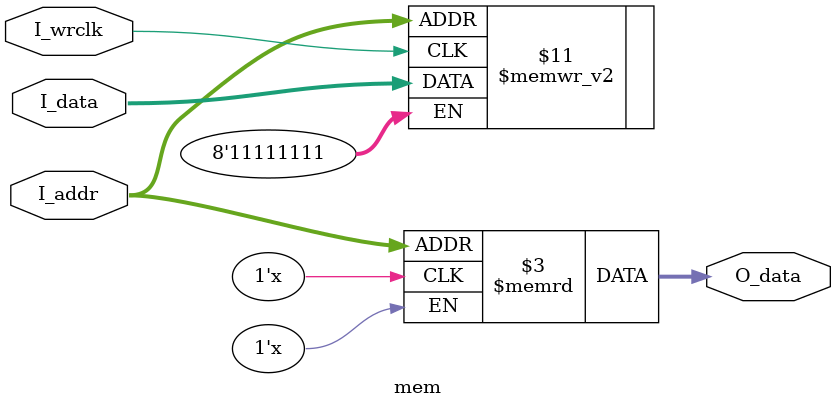
<source format=v>
module mem
#(
parameter C_WORDSIZE = 8,
parameter C_ADDRSIZE = 10,
parameter C_MEMSIZE = (1 << C_ADDRSIZE)
)
(
input           [C_WORDSIZE-1:0]    I_data,
input           [C_ADDRSIZE-1:0]    I_addr,
output reg      [C_WORDSIZE-1:0]    O_data,
input                               I_wrclk
);

reg [C_WORDSIZE-1:0] mem [C_MEMSIZE-1:0];

always @(I_addr) begin
    O_data <= mem[I_addr];
end

always @(negedge I_wrclk) begin
    mem[I_addr] <= I_data;
end
endmodule

</source>
